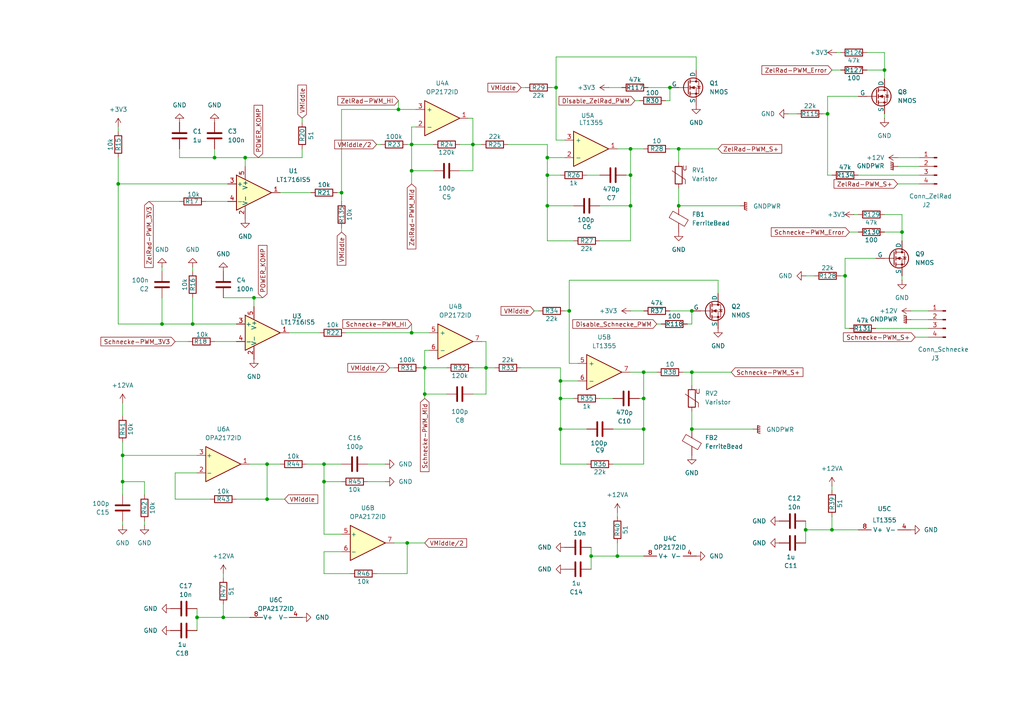
<source format=kicad_sch>
(kicad_sch (version 20250114) (generator "eeschema") (generator_version "9.0")
  (paper "A4")
  (junction (at 123.19 106.68))
  (junction (at 179.07 161.29))
  (junction (at 158.75 59.69))
  (junction (at 241.3 153.67))
  (junction (at 158.75 50.8))
  (junction (at 119.38 96.52))
  (junction (at 165.1 90.17))
  (junction (at 73.66 86.36))
  (junction (at 261.62 67.31))
  (junction (at 118.11 157.48))
  (junction (at 119.38 41.91))
  (junction (at 233.68 153.67))
  (junction (at 182.88 43.18))
  (junction (at 196.85 43.18))
  (junction (at 186.69 115.57))
  (junction (at 119.38 49.53))
  (junction (at 137.16 41.91))
  (junction (at 46.99 93.98))
  (junction (at 186.69 124.46))
  (junction (at 162.56 124.46))
  (junction (at 196.85 59.69))
  (junction (at 35.56 132.08))
  (junction (at 77.47 144.78))
  (junction (at 140.97 106.68))
  (junction (at 194.31 25.4))
  (junction (at 171.45 161.29))
  (junction (at 245.11 80.01))
  (junction (at 34.29 53.34))
  (junction (at 71.12 45.72))
  (junction (at 99.06 55.88))
  (junction (at 256.54 20.32))
  (junction (at 162.56 115.57))
  (junction (at 57.15 179.07))
  (junction (at 55.88 93.98))
  (junction (at 200.66 124.46))
  (junction (at 182.88 50.8))
  (junction (at 161.29 25.4))
  (junction (at 182.88 59.69))
  (junction (at 35.56 139.7))
  (junction (at 93.98 134.62))
  (junction (at 123.19 114.3))
  (junction (at 162.56 110.49))
  (junction (at 200.66 107.95))
  (junction (at 186.69 107.95))
  (junction (at 240.03 33.02))
  (junction (at 93.98 139.7))
  (junction (at 200.66 90.17))
  (junction (at 77.47 134.62))
  (junction (at 62.23 45.72))
  (junction (at 158.75 45.72))
  (junction (at 115.57 31.75))
  (junction (at 64.77 179.07))
  (wire (pts (xy 119.38 41.91) (xy 119.38 49.53)))
  (wire (pts (xy 245.11 95.25) (xy 245.11 80.01)))
  (wire (pts (xy 99.06 55.88) (xy 99.06 58.42)))
  (wire (pts (xy 137.16 41.91) (xy 133.35 41.91)))
  (wire (pts (xy 109.22 41.91) (xy 110.49 41.91)))
  (wire (pts (xy 137.16 49.53) (xy 137.16 41.91)))
  (wire (pts (xy 240.03 33.02) (xy 240.03 27.94)))
  (wire (pts (xy 57.15 176.53) (xy 57.15 179.07)))
  (wire (pts (xy 182.88 107.95) (xy 186.69 107.95)))
  (wire (pts (xy 41.91 139.7) (xy 35.56 139.7)))
  (wire (pts (xy 179.07 148.59) (xy 179.07 149.86)))
  (wire (pts (xy 87.63 34.29) (xy 87.63 35.56)))
  (wire (pts (xy 118.11 157.48) (xy 114.3 157.48)))
  (wire (pts (xy 200.66 93.98) (xy 200.66 90.17)))
  (wire (pts (xy 34.29 93.98) (xy 46.99 93.98)))
  (wire (pts (xy 256.54 33.02) (xy 256.54 34.29)))
  (wire (pts (xy 173.99 50.8) (xy 170.18 50.8)))
  (wire (pts (xy 196.85 54.61) (xy 196.85 59.69)))
  (wire (pts (xy 161.29 25.4) (xy 160.02 25.4)))
  (wire (pts (xy 233.68 153.67) (xy 241.3 153.67)))
  (wire (pts (xy 99.06 55.88) (xy 99.06 31.75)))
  (wire (pts (xy 52.07 43.18) (xy 52.07 45.72)))
  (wire (pts (xy 245.11 74.93) (xy 254 74.93)))
  (wire (pts (xy 64.77 86.36) (xy 73.66 86.36)))
  (wire (pts (xy 115.57 29.21) (xy 115.57 31.75)))
  (wire (pts (xy 182.88 43.18) (xy 182.88 50.8)))
  (wire (pts (xy 123.19 101.6) (xy 123.19 106.68)))
  (wire (pts (xy 55.88 93.98) (xy 68.58 93.98)))
  (wire (pts (xy 50.8 137.16) (xy 57.15 137.16)))
  (wire (pts (xy 81.28 134.62) (xy 77.47 134.62)))
  (wire (pts (xy 119.38 49.53) (xy 125.73 49.53)))
  (wire (pts (xy 83.82 96.52) (xy 92.71 96.52)))
  (wire (pts (xy 238.76 33.02) (xy 240.03 33.02)))
  (wire (pts (xy 158.75 50.8) (xy 158.75 45.72)))
  (wire (pts (xy 118.11 41.91) (xy 119.38 41.91)))
  (wire (pts (xy 71.12 45.72) (xy 87.63 45.72)))
  (wire (pts (xy 119.38 49.53) (xy 119.38 53.34)))
  (wire (pts (xy 99.06 31.75) (xy 115.57 31.75)))
  (wire (pts (xy 133.35 49.53) (xy 137.16 49.53)))
  (wire (pts (xy 190.5 93.98) (xy 191.77 93.98)))
  (wire (pts (xy 137.16 114.3) (xy 140.97 114.3)))
  (wire (pts (xy 182.88 59.69) (xy 182.88 69.85)))
  (wire (pts (xy 57.15 179.07) (xy 57.15 182.88)))
  (wire (pts (xy 186.69 107.95) (xy 186.69 115.57)))
  (wire (pts (xy 176.53 25.4) (xy 180.34 25.4)))
  (wire (pts (xy 135.89 34.29) (xy 137.16 34.29)))
  (wire (pts (xy 200.66 107.95) (xy 200.66 111.76)))
  (wire (pts (xy 194.31 90.17) (xy 200.66 90.17)))
  (wire (pts (xy 166.37 69.85) (xy 158.75 69.85)))
  (wire (pts (xy 62.23 45.72) (xy 71.12 45.72)))
  (wire (pts (xy 256.54 20.32) (xy 256.54 22.86)))
  (wire (pts (xy 165.1 105.41) (xy 167.64 105.41)))
  (wire (pts (xy 158.75 59.69) (xy 158.75 50.8)))
  (wire (pts (xy 182.88 90.17) (xy 186.69 90.17)))
  (wire (pts (xy 59.69 58.42) (xy 66.04 58.42)))
  (wire (pts (xy 264.16 90.17) (xy 269.24 90.17)))
  (wire (pts (xy 241.3 149.86) (xy 241.3 153.67)))
  (wire (pts (xy 123.19 106.68) (xy 123.19 114.3)))
  (wire (pts (xy 64.77 166.37) (xy 64.77 167.64)))
  (wire (pts (xy 251.46 20.32) (xy 256.54 20.32)))
  (wire (pts (xy 161.29 16.51) (xy 161.29 25.4)))
  (wire (pts (xy 34.29 38.1) (xy 34.29 36.83)))
  (wire (pts (xy 196.85 43.18) (xy 208.28 43.18)))
  (wire (pts (xy 93.98 139.7) (xy 99.06 139.7)))
  (wire (pts (xy 233.68 151.13) (xy 233.68 153.67)))
  (wire (pts (xy 179.07 161.29) (xy 186.69 161.29)))
  (wire (pts (xy 118.11 157.48) (xy 123.19 157.48)))
  (wire (pts (xy 182.88 59.69) (xy 182.88 50.8)))
  (wire (pts (xy 194.31 43.18) (xy 196.85 43.18)))
  (wire (pts (xy 161.29 40.64) (xy 163.83 40.64)))
  (wire (pts (xy 64.77 175.26) (xy 64.77 179.07)))
  (wire (pts (xy 55.88 93.98) (xy 55.88 86.36)))
  (wire (pts (xy 194.31 29.21) (xy 194.31 25.4)))
  (wire (pts (xy 115.57 31.75) (xy 120.65 31.75)))
  (wire (pts (xy 152.4 25.4) (xy 151.13 25.4)))
  (wire (pts (xy 260.35 45.72) (xy 266.7 45.72)))
  (wire (pts (xy 106.68 134.62) (xy 111.76 134.62)))
  (wire (pts (xy 261.62 67.31) (xy 261.62 69.85)))
  (wire (pts (xy 41.91 151.13) (xy 41.91 152.4)))
  (wire (pts (xy 125.73 41.91) (xy 119.38 41.91)))
  (wire (pts (xy 233.68 153.67) (xy 233.68 157.48)))
  (wire (pts (xy 68.58 144.78) (xy 77.47 144.78)))
  (wire (pts (xy 158.75 69.85) (xy 158.75 59.69)))
  (wire (pts (xy 177.8 124.46) (xy 186.69 124.46)))
  (wire (pts (xy 186.69 107.95) (xy 190.5 107.95)))
  (wire (pts (xy 129.54 106.68) (xy 123.19 106.68)))
  (wire (pts (xy 184.15 29.21) (xy 185.42 29.21)))
  (wire (pts (xy 179.07 43.18) (xy 182.88 43.18)))
  (wire (pts (xy 77.47 144.78) (xy 82.55 144.78)))
  (wire (pts (xy 97.79 55.88) (xy 99.06 55.88)))
  (wire (pts (xy 46.99 93.98) (xy 46.99 86.36)))
  (wire (pts (xy 156.21 90.17) (xy 154.94 90.17)))
  (wire (pts (xy 186.69 124.46) (xy 186.69 134.62)))
  (wire (pts (xy 246.38 67.31) (xy 248.92 67.31)))
  (wire (pts (xy 200.66 119.38) (xy 200.66 124.46)))
  (wire (pts (xy 193.04 29.21) (xy 194.31 29.21)))
  (wire (pts (xy 93.98 134.62) (xy 88.9 134.62)))
  (wire (pts (xy 198.12 107.95) (xy 200.66 107.95)))
  (wire (pts (xy 93.98 154.94) (xy 99.06 154.94)))
  (wire (pts (xy 196.85 59.69) (xy 214.63 59.69)))
  (wire (pts (xy 50.8 99.06) (xy 54.61 99.06)))
  (wire (pts (xy 93.98 134.62) (xy 93.98 139.7)))
  (wire (pts (xy 158.75 41.91) (xy 158.75 45.72)))
  (wire (pts (xy 240.03 50.8) (xy 240.03 33.02)))
  (wire (pts (xy 41.91 143.51) (xy 41.91 139.7)))
  (wire (pts (xy 269.24 95.25) (xy 254 95.25)))
  (wire (pts (xy 248.92 62.23) (xy 247.65 62.23)))
  (wire (pts (xy 241.3 153.67) (xy 248.92 153.67)))
  (wire (pts (xy 161.29 25.4) (xy 161.29 40.64)))
  (wire (pts (xy 119.38 36.83) (xy 119.38 41.91)))
  (wire (pts (xy 55.88 93.98) (xy 46.99 93.98)))
  (wire (pts (xy 43.18 58.42) (xy 52.07 58.42)))
  (wire (pts (xy 119.38 36.83) (xy 120.65 36.83)))
  (wire (pts (xy 265.43 97.79) (xy 269.24 97.79)))
  (wire (pts (xy 240.03 27.94) (xy 248.92 27.94)))
  (wire (pts (xy 266.7 50.8) (xy 248.92 50.8)))
  (wire (pts (xy 55.88 78.74) (xy 55.88 77.47)))
  (wire (pts (xy 208.28 81.28) (xy 165.1 81.28)))
  (wire (pts (xy 173.99 59.69) (xy 182.88 59.69)))
  (wire (pts (xy 182.88 43.18) (xy 186.69 43.18)))
  (wire (pts (xy 137.16 41.91) (xy 139.7 41.91)))
  (wire (pts (xy 165.1 90.17) (xy 163.83 90.17)))
  (wire (pts (xy 73.66 86.36) (xy 73.66 88.9)))
  (wire (pts (xy 246.38 95.25) (xy 245.11 95.25)))
  (wire (pts (xy 77.47 144.78) (xy 77.47 134.62)))
  (wire (pts (xy 121.92 106.68) (xy 123.19 106.68)))
  (wire (pts (xy 158.75 45.72) (xy 163.83 45.72)))
  (wire (pts (xy 166.37 115.57) (xy 162.56 115.57)))
  (wire (pts (xy 106.68 139.7) (xy 111.76 139.7)))
  (wire (pts (xy 256.54 67.31) (xy 261.62 67.31)))
  (wire (pts (xy 187.96 25.4) (xy 194.31 25.4)))
  (wire (pts (xy 162.56 110.49) (xy 167.64 110.49)))
  (wire (pts (xy 186.69 134.62) (xy 177.8 134.62)))
  (wire (pts (xy 243.84 80.01) (xy 245.11 80.01)))
  (wire (pts (xy 123.19 114.3) (xy 123.19 115.57)))
  (wire (pts (xy 93.98 160.02) (xy 93.98 166.37)))
  (wire (pts (xy 113.03 106.68) (xy 114.3 106.68)))
  (wire (pts (xy 93.98 134.62) (xy 99.06 134.62)))
  (wire (pts (xy 186.69 124.46) (xy 186.69 115.57)))
  (wire (pts (xy 241.3 140.97) (xy 241.3 142.24)))
  (wire (pts (xy 34.29 53.34) (xy 34.29 93.98)))
  (wire (pts (xy 77.47 134.62) (xy 72.39 134.62)))
  (wire (pts (xy 233.68 80.01) (xy 236.22 80.01)))
  (wire (pts (xy 165.1 81.28) (xy 165.1 90.17)))
  (wire (pts (xy 35.56 132.08) (xy 57.15 132.08)))
  (wire (pts (xy 162.56 124.46) (xy 170.18 124.46)))
  (wire (pts (xy 243.84 15.24) (xy 242.57 15.24)))
  (wire (pts (xy 162.56 115.57) (xy 162.56 124.46)))
  (wire (pts (xy 199.39 93.98) (xy 200.66 93.98)))
  (wire (pts (xy 34.29 53.34) (xy 34.29 45.72)))
  (wire (pts (xy 251.46 15.24) (xy 256.54 15.24)))
  (wire (pts (xy 186.69 115.57) (xy 185.42 115.57)))
  (wire (pts (xy 64.77 179.07) (xy 72.39 179.07)))
  (wire (pts (xy 35.56 116.84) (xy 35.56 120.65)))
  (wire (pts (xy 81.28 55.88) (xy 90.17 55.88)))
  (wire (pts (xy 35.56 143.51) (xy 35.56 139.7)))
  (wire (pts (xy 140.97 106.68) (xy 137.16 106.68)))
  (wire (pts (xy 93.98 166.37) (xy 101.6 166.37)))
  (wire (pts (xy 245.11 80.01) (xy 245.11 74.93)))
  (wire (pts (xy 99.06 66.04) (xy 99.06 67.31)))
  (wire (pts (xy 52.07 45.72) (xy 62.23 45.72)))
  (wire (pts (xy 60.96 144.78) (xy 50.8 144.78)))
  (wire (pts (xy 93.98 139.7) (xy 93.98 154.94)))
  (wire (pts (xy 34.29 53.34) (xy 66.04 53.34)))
  (wire (pts (xy 208.28 85.09) (xy 208.28 81.28)))
  (wire (pts (xy 99.06 160.02) (xy 93.98 160.02)))
  (wire (pts (xy 171.45 161.29) (xy 179.07 161.29)))
  (wire (pts (xy 200.66 107.95) (xy 212.09 107.95)))
  (wire (pts (xy 35.56 132.08) (xy 35.56 128.27)))
  (wire (pts (xy 256.54 15.24) (xy 256.54 20.32)))
  (wire (pts (xy 140.97 114.3) (xy 140.97 106.68)))
  (wire (pts (xy 119.38 96.52) (xy 124.46 96.52)))
  (wire (pts (xy 50.8 144.78) (xy 50.8 137.16)))
  (wire (pts (xy 166.37 59.69) (xy 158.75 59.69)))
  (wire (pts (xy 57.15 179.07) (xy 64.77 179.07)))
  (wire (pts (xy 62.23 43.18) (xy 62.23 45.72)))
  (wire (pts (xy 182.88 69.85) (xy 173.99 69.85)))
  (wire (pts (xy 182.88 50.8) (xy 181.61 50.8)))
  (wire (pts (xy 162.56 106.68) (xy 162.56 110.49)))
  (wire (pts (xy 123.19 101.6) (xy 124.46 101.6)))
  (wire (pts (xy 162.56 50.8) (xy 158.75 50.8)))
  (wire (pts (xy 171.45 161.29) (xy 171.45 165.1)))
  (wire (pts (xy 170.18 134.62) (xy 162.56 134.62)))
  (wire (pts (xy 261.62 80.01) (xy 261.62 81.28)))
  (wire (pts (xy 171.45 158.75) (xy 171.45 161.29)))
  (wire (pts (xy 46.99 77.47) (xy 46.99 78.74)))
  (wire (pts (xy 162.56 134.62) (xy 162.56 124.46)))
  (wire (pts (xy 109.22 166.37) (xy 118.11 166.37)))
  (wire (pts (xy 264.16 92.71) (xy 269.24 92.71)))
  (wire (pts (xy 165.1 90.17) (xy 165.1 105.41)))
  (wire (pts (xy 201.93 20.32) (xy 201.93 16.51)))
  (wire (pts (xy 241.3 20.32) (xy 243.84 20.32)))
  (wire (pts (xy 62.23 99.06) (xy 68.58 99.06)))
  (wire (pts (xy 200.66 124.46) (xy 218.44 124.46)))
  (wire (pts (xy 261.62 62.23) (xy 261.62 67.31)))
  (wire (pts (xy 118.11 166.37) (xy 118.11 157.48)))
  (wire (pts (xy 137.16 41.91) (xy 137.16 34.29)))
  (wire (pts (xy 260.35 48.26) (xy 266.7 48.26)))
  (wire (pts (xy 151.13 106.68) (xy 162.56 106.68)))
  (wire (pts (xy 73.66 86.36) (xy 76.2 86.36)))
  (wire (pts (xy 100.33 96.52) (xy 119.38 96.52)))
  (wire (pts (xy 147.32 41.91) (xy 158.75 41.91)))
  (wire (pts (xy 196.85 43.18) (xy 196.85 46.99)))
  (wire (pts (xy 140.97 106.68) (xy 143.51 106.68)))
  (wire (pts (xy 35.56 152.4) (xy 35.56 151.13)))
  (wire (pts (xy 87.63 43.18) (xy 87.63 45.72)))
  (wire (pts (xy 177.8 115.57) (xy 173.99 115.57)))
  (wire (pts (xy 201.93 16.51) (xy 161.29 16.51)))
  (wire (pts (xy 241.3 50.8) (xy 240.03 50.8)))
  (wire (pts (xy 140.97 106.68) (xy 140.97 99.06)))
  (wire (pts (xy 228.6 33.02) (xy 231.14 33.02)))
  (wire (pts (xy 179.07 157.48) (xy 179.07 161.29)))
  (wire (pts (xy 162.56 115.57) (xy 162.56 110.49)))
  (wire (pts (xy 256.54 62.23) (xy 261.62 62.23)))
  (wire (pts (xy 35.56 139.7) (xy 35.56 132.08)))
  (wire (pts (xy 71.12 45.72) (xy 71.12 48.26)))
  (wire (pts (xy 123.19 114.3) (xy 129.54 114.3)))
  (wire (pts (xy 119.38 93.98) (xy 119.38 96.52)))
  (wire (pts (xy 139.7 99.06) (xy 140.97 99.06)))
  (wire (pts (xy 260.35 53.34) (xy 266.7 53.34)))
  (global_label "VMiddle{slash}2" (shape input) (at 113.03 106.68 180) (property "Intersheetrefs" "${INTERSHEET_REFS}" (effects (hide yes))))
  (global_label "Schnecke-PWM_3V3" (shape input) (at 50.8 99.06 180) (property "Intersheetrefs" "${INTERSHEET_REFS}" (effects (hide yes))))
  (global_label "Disable_ZelRad_PWM" (shape input) (at 184.15 29.21 180) (property "Intersheetrefs" "${INTERSHEET_REFS}" (effects (hide yes))))
  (global_label "Schnecke-PWM_Mid" (shape input) (at 123.19 115.57 270) (property "Intersheetrefs" "${INTERSHEET_REFS}" (effects (hide yes))))
  (global_label "VMiddle" (shape input) (at 154.94 90.17 180) (property "Intersheetrefs" "${INTERSHEET_REFS}" (effects (hide yes))))
  (global_label "Schnecke-PWM_HI" (shape input) (at 119.38 93.98 180) (property "Intersheetrefs" "${INTERSHEET_REFS}" (effects (hide yes))))
  (global_label "ZelRad-PWM_S+" (shape input) (at 260.35 53.34 180) (property "Intersheetrefs" "${INTERSHEET_REFS}" (effects (hide yes))))
  (global_label "ZelRad-PWM_3V3" (shape input) (at 43.18 58.42 270) (property "Intersheetrefs" "${INTERSHEET_REFS}" (effects (hide yes))))
  (global_label "ZelRad-PWM_HI" (shape input) (at 115.57 29.21 180) (property "Intersheetrefs" "${INTERSHEET_REFS}" (effects (hide yes))))
  (global_label "VMiddle" (shape input) (at 99.06 67.31 270) (property "Intersheetrefs" "${INTERSHEET_REFS}" (effects (hide yes))))
  (global_label "VMiddle" (shape input) (at 151.13 25.4 180) (property "Intersheetrefs" "${INTERSHEET_REFS}" (effects (hide yes))))
  (global_label "Schnecke-PWM_S+" (shape input) (at 265.43 97.79 180) (property "Intersheetrefs" "${INTERSHEET_REFS}" (effects (hide yes))))
  (global_label "ZelRad-PWM_Error" (shape input) (at 241.3 20.32 180) (property "Intersheetrefs" "${INTERSHEET_REFS}" (effects (hide yes))))
  (global_label "Disable_Schnecke_PWM" (shape input) (at 190.5 93.98 180) (property "Intersheetrefs" "${INTERSHEET_REFS}" (effects (hide yes))))
  (global_label "Schnecke-PWM_Error" (shape input) (at 246.38 67.31 180) (property "Intersheetrefs" "${INTERSHEET_REFS}" (effects (hide yes))))
  (global_label "ZelRad-PWM_Mid" (shape input) (at 119.38 53.34 270) (property "Intersheetrefs" "${INTERSHEET_REFS}" (effects (hide yes))))
  (global_label "VMiddle{slash}2" (shape input) (at 109.22 41.91 180) (property "Intersheetrefs" "${INTERSHEET_REFS}" (effects (hide yes))))
  (global_label "VMiddle" (shape input) (at 82.55 144.78 0) (property "Intersheetrefs" "${INTERSHEET_REFS}" (effects (hide yes))))
  (global_label "VMiddle" (shape input) (at 87.63 34.29 90) (property "Intersheetrefs" "${INTERSHEET_REFS}" (effects (hide yes))))
  (global_label "POWER_KOMP" (shape input) (at 74.93 45.72 90) (property "Intersheetrefs" "${INTERSHEET_REFS}" (effects (hide yes))))
  (global_label "VMiddle{slash}2" (shape input) (at 123.19 157.48 0) (property "Intersheetrefs" "${INTERSHEET_REFS}" (effects (hide yes))))
  (global_label "POWER_KOMP" (shape input) (at 76.2 86.36 90) (property "Intersheetrefs" "${INTERSHEET_REFS}" (effects (hide yes))))
  (global_label "ZelRad-PWM_S+" (shape input) (at 208.28 43.18 0) (property "Intersheetrefs" "${INTERSHEET_REFS}" (effects (hide yes))))
  (global_label "Schnecke-PWM_S+" (shape input) (at 212.09 107.95 0) (property "Intersheetrefs" "${INTERSHEET_REFS}" (effects (hide yes))))
  (symbol (lib_id "Device:R") (at 247.65 15.24 90) (unit 1)
    (property "Reference" "R126" (at 247.65 15.24 90))
    (property "Value" "47k" (at 247.65 17.526 90))
    (property "Footprint" "Resistor_SMD:R_0603_1608Metric" (effects (hide yes)))
    (property "Description" "CRG0603F47K" (effects (hide yes)))
    (property "Part-NO" "CRG0603F47K" (effects (hide yes)))
  )
  (symbol (lib_id "Amplifier_Operational:OPA2196xDGK") (at 128.27 34.29 0) (unit 1)
    (property "Reference" "U4" (at 128.27 24.13 0))
    (property "Value" "OP2172ID" (at 128.27 26.67 0))
    (property "Footprint" "Package_SO:SOIC-8_3.9x4.9mm_P1.27mm" (effects (hide yes)))
    (property "Datasheet" "http://www.ti.com/lit/ds/symlink/opa4196.pdf" (effects (hide yes)))
    (property "Description" "Dual, Low-Power, Low Offset Voltage, Rail-to-Rail Operational Amplifier, VSSOP-8" (effects (hide yes)))
    (property "Part-NO" "OP2172ID" (effects (hide yes)))
  )
  (symbol (lib_id "power:GND") (at 111.76 139.7 90) (unit 1)
    (property "Reference" "#PWR036" (effects (hide yes)))
    (property "Value" "GND" (at 115.57 139.6999 90) (effects (justify right)))
    (property "Description" "Power symbol creates a global label with name \"GND\" , ground" (effects (hide yes)))
  )
  (symbol (lib_id "Device:R") (at 35.56 124.46 180) (unit 1)
    (property "Reference" "R41" (at 35.56 124.46 90))
    (property "Value" "10k" (at 37.846 124.46 90))
    (property "Footprint" "Resistor_SMD:R_0603_1608Metric" (effects (hide yes)))
    (property "Description" "CRG0603F10K" (effects (hide yes)))
    (property "Part-NO" "CRG0603F10K" (effects (hide yes)))
  )
  (symbol (lib_id "Device:C") (at 177.8 50.8 270) (unit 1)
    (property "Reference" "C7" (at 177.292 57.404 90))
    (property "Value" "470p" (at 177.292 54.864 90))
    (property "Footprint" "Capacitor_SMD:C_0805_2012Metric" (effects (hide yes)))
    (property "Description" "Unpolarized capacitor" (effects (hide yes)))
  )
  (symbol (lib_id "power:GND") (at 196.85 67.31 0) (unit 1)
    (property "Reference" "#PWR021" (effects (hide yes)))
    (property "Value" "GND" (at 196.85 72.39 0))
    (property "Description" "Power symbol creates a global label with name \"GND\" , ground" (effects (hide yes)))
  )
  (symbol (lib_id "Device:R") (at 129.54 41.91 90) (unit 1)
    (property "Reference" "R24" (at 129.54 41.91 90))
    (property "Value" "120k" (at 129.54 44.196 90))
    (property "Footprint" "Resistor_SMD:R_0603_1608Metric" (effects (hide yes)))
    (property "Description" "CRG0603F120K" (effects (hide yes)))
    (property "Part-NO" "CRG0603F120K" (effects (hide yes)))
  )
  (symbol (lib_id "power:GND") (at 49.53 176.53 270) (unit 1)
    (property "Reference" "#PWR037" (effects (hide yes)))
    (property "Value" "GND" (at 45.72 176.5299 90) (effects (justify right)))
    (property "Description" "Power symbol creates a global label with name \"GND\" , ground" (effects (hide yes)))
  )
  (symbol (lib_id "Amplifier_Operational:OPA1692xDGK") (at 175.26 107.95 0) (unit 2)
    (property "Reference" "U5" (at 175.26 97.79 0))
    (property "Value" "LT1355" (at 175.26 100.33 0))
    (property "Footprint" "Package_SO:SOIC-8_3.9x4.9mm_P1.27mm" (effects (hide yes)))
    (property "Datasheet" "https://www.ti.com/lit/ds/symlink/opa1692.pdf" (effects (hide yes)))
    (property "Description" "Dual SoundPlus Low Power, Low Noise & Low Distortion Audio Operational Amplifiers, VSSOP-8" (effects (hide yes)))
    (property "Part-NO" "LT1355CS8" (effects (hide yes)))
  )
  (symbol (lib_id "power:GND") (at 73.66 104.14 0) (unit 1)
    (property "Reference" "#PWR018" (effects (hide yes)))
    (property "Value" "GND" (at 73.66 109.22 0))
    (property "Description" "Power symbol creates a global label with name \"GND\" , ground" (effects (hide yes)))
  )
  (symbol (lib_id "Device:R") (at 114.3 41.91 270) (unit 1)
    (property "Reference" "R23" (at 114.3 41.91 90))
    (property "Value" "100k" (at 114.3 39.624 90))
    (property "Footprint" "Resistor_SMD:R_0603_1608Metric" (effects (hide yes)))
    (property "Description" "CRG0603F100K" (effects (hide yes)))
    (property "Part-NO" "CRG0603F100K" (effects (hide yes)))
  )
  (symbol (lib_id "Device:R") (at 190.5 90.17 270) (unit 1)
    (property "Reference" "R37" (at 190.5 90.17 90))
    (property "Value" "47k" (at 190.5 87.884 90))
    (property "Footprint" "Resistor_SMD:R_0603_1608Metric" (effects (hide yes)))
    (property "Description" "CRG0603F47K" (effects (hide yes)))
    (property "Part-NO" "CRG0603F47K" (effects (hide yes)))
  )
  (symbol (lib_id "power:GND") (at 201.93 30.48 0) (unit 1)
    (property "Reference" "#PWR019" (effects (hide yes)))
    (property "Value" "GND" (at 201.93 35.56 0))
    (property "Description" "Power symbol creates a global label with name \"GND\" , ground" (effects (hide yes)))
  )
  (symbol (lib_id "Device:C") (at 102.87 134.62 90) (unit 1)
    (property "Reference" "C16" (at 102.87 127 90))
    (property "Value" "100p" (at 102.87 129.54 90))
    (property "Footprint" "Capacitor_SMD:C_0805_2012Metric" (effects (hide yes)))
    (property "Description" "Unpolarized capacitor" (effects (hide yes)))
    (property "Part-NO" "C0805C101J5GACTU" (effects (hide yes)))
  )
  (symbol (lib_id "Device:R") (at 252.73 62.23 90) (unit 1)
    (property "Reference" "R129" (at 252.73 62.23 90))
    (property "Value" "47k" (at 252.73 64.516 90))
    (property "Footprint" "Resistor_SMD:R_0603_1608Metric" (effects (hide yes)))
    (property "Description" "CRG0603F47K" (effects (hide yes)))
    (property "Part-NO" "CRG0603F47K" (effects (hide yes)))
  )
  (symbol (lib_id "Device:R") (at 245.11 50.8 270) (unit 1)
    (property "Reference" "R134" (at 245.11 50.8 90))
    (property "Value" "47k" (at 245.11 48.514 90))
    (property "Footprint" "Resistor_SMD:R_0603_1608Metric" (effects (hide yes)))
    (property "Description" "CRG0603F22K" (effects (hide yes)))
    (property "Part-NO" "CRG0603F22K" (effects (hide yes)))
  )
  (symbol (lib_id "Device:R") (at 64.77 171.45 180) (unit 1)
    (property "Reference" "R47" (at 64.77 171.45 90))
    (property "Value" "51" (at 67.056 171.45 90))
    (property "Footprint" "Resistor_SMD:R_1206_3216Metric" (effects (hide yes)))
    (property "Description" "CRG1206F51R" (effects (hide yes)))
    (property "Part-NO" "CRG1206F51R" (effects (hide yes)))
  )
  (symbol (lib_id "power:GNDPWR") (at 214.63 59.69 90) (unit 1)
    (property "Reference" "#PWR0173" (effects (hide yes)))
    (property "Value" "GNDPWR" (at 218.44 59.8169 90) (effects (justify right)))
    (property "Description" "Power symbol creates a global label with name \"GNDPWR\" , global ground" (effects (hide yes)))
  )
  (symbol (lib_id "Device:Varistor") (at 200.66 115.57 180) (unit 1)
    (property "Reference" "RV2" (at 204.47 114.1065 0) (effects (justify right)))
    (property "Value" "Varistor" (at 204.47 116.6465 0) (effects (justify right)))
    (property "Footprint" "Resistor_SMD:R_1206_3216Metric" (effects (hide yes)))
    (property "Description" "Varistor SMD 14A 0.5W(10/1000us)" (effects (hide yes)))
    (property "Sim.Name" "kicad_builtin_varistor" (effects (hide yes)))
    (property "Sim.Device" "SUBCKT" (effects (hide yes)))
    (property "Sim.Pins" "1=A 2=B" (effects (hide yes)))
    (property "Sim.Params" "threshold=1k" (effects (hide yes)))
    (property "Sim.Library" "${KICAD7_SYMBOL_DIR}/Simulation_SPICE.sp" (effects (hide yes)))
    (property "Part-NO" "WE-VS_82541110" (effects (hide yes)))
  )
  (symbol (lib_id "Device:R") (at 190.5 43.18 270) (unit 1)
    (property "Reference" "R28" (at 190.5 43.18 90))
    (property "Value" "10" (at 190.5 40.894 90))
    (property "Footprint" "Resistor_SMD:R_1206_3216Metric" (effects (hide yes)))
    (property "Description" "CRG1206F10R" (effects (hide yes)))
  )
  (symbol (lib_id "Device:R") (at 102.87 139.7 90) (unit 1)
    (property "Reference" "R45" (at 102.87 139.7 90))
    (property "Value" "10k" (at 102.87 141.986 90))
    (property "Footprint" "Resistor_SMD:R_0603_1608Metric" (effects (hide yes)))
    (property "Description" "CRG0603F10K" (effects (hide yes)))
    (property "Part-NO" "CRG0603F10K" (effects (hide yes)))
  )
  (symbol (lib_id "Device:R") (at 147.32 106.68 270) (unit 1)
    (property "Reference" "R33" (at 147.32 106.68 90))
    (property "Value" "22k" (at 147.32 104.394 90))
    (property "Footprint" "Resistor_SMD:R_0603_1608Metric" (effects (hide yes)))
    (property "Description" "CRG0603F22K" (effects (hide yes)))
    (property "Part-NO" "CRG0603F22K" (effects (hide yes)))
  )
  (symbol (lib_id "Device:R") (at 105.41 166.37 90) (unit 1)
    (property "Reference" "R46" (at 105.41 166.37 90))
    (property "Value" "10k" (at 105.41 168.656 90))
    (property "Footprint" "Resistor_SMD:R_0603_1608Metric" (effects (hide yes)))
    (property "Description" "CRG0603F10K" (effects (hide yes)))
    (property "Part-NO" "CRG0603F10K" (effects (hide yes)))
  )
  (symbol (lib_id "power:GND") (at 226.06 157.48 270) (unit 1)
    (property "Reference" "#PWR028" (effects (hide yes)))
    (property "Value" "GND" (at 222.25 157.4799 90) (effects (justify right)))
    (property "Description" "Power symbol creates a global label with name \"GND\" , ground" (effects (hide yes)))
  )
  (symbol (lib_id "Device:R") (at 241.3 146.05 180) (unit 1)
    (property "Reference" "R39" (at 241.3 146.05 90))
    (property "Value" "51" (at 243.586 146.05 90))
    (property "Footprint" "Resistor_SMD:R_1206_3216Metric" (effects (hide yes)))
    (property "Description" "CRG1206F51R" (effects (hide yes)))
    (property "Part-NO" "CRG1206F51R" (effects (hide yes)))
  )
  (symbol (lib_id "Device:R") (at 133.35 106.68 90) (unit 1)
    (property "Reference" "R32" (at 133.35 106.68 90))
    (property "Value" "120k" (at 133.35 108.966 90))
    (property "Footprint" "Resistor_SMD:R_0603_1608Metric" (effects (hide yes)))
    (property "Description" "CRG0603F120K" (effects (hide yes)))
    (property "Part-NO" "CRG0603F120K" (effects (hide yes)))
  )
  (symbol (lib_id "power:GNDPWR") (at 260.35 48.26 270) (unit 1)
    (property "Reference" "#PWR073" (effects (hide yes)))
    (property "Value" "GNDPWR" (at 256.54 48.1329 90) (effects (justify right)))
    (property "Description" "Power symbol creates a global label with name \"GNDPWR\" , global ground" (effects (hide yes)))
  )
  (symbol (lib_id "Device:R") (at 118.11 106.68 270) (unit 1)
    (property "Reference" "R31" (at 118.11 106.68 90))
    (property "Value" "100k" (at 118.11 104.394 90))
    (property "Footprint" "Resistor_SMD:R_0603_1608Metric" (effects (hide yes)))
    (property "Description" "CRG0603F100K" (effects (hide yes)))
    (property "Part-NO" "CRG0603F100K" (effects (hide yes)))
  )
  (symbol (lib_name "NMOS_1") (lib_id "Simulation_SPICE:NMOS") (at 199.39 25.4 0) (unit 1)
    (property "Reference" "Q1" (at 205.74 24.1299 0) (effects (justify left)))
    (property "Value" "NMOS" (at 205.74 26.6699 0) (effects (justify left)))
    (property "Footprint" "Package_TO_SOT_SMD:TSOT-23" (effects (hide yes)))
    (property "Datasheet" "https://ngspice.sourceforge.io/docs/ngspice-html-manual/manual.xhtml#cha_MOSFETs" (effects (hide yes)))
    (property "Description" "N-MOSFET transistor, drain/source/gate" (effects (hide yes)))
    (property "Sim.Device" "NMOS" (effects (hide yes)))
    (property "Sim.Type" "VDMOS" (effects (hide yes)))
    (property "Sim.Pins" "2=D 1=G 3=S" (effects (hide yes)))
    (property "Part-NO" "FDV305N " (effects (hide yes)))
  )
  (symbol (lib_id "Device:R") (at 250.19 95.25 270) (unit 1)
    (property "Reference" "R131" (at 250.19 95.25 90))
    (property "Value" "47k" (at 250.19 92.964 90))
    (property "Footprint" "Resistor_SMD:R_0603_1608Metric" (effects (hide yes)))
    (property "Description" "CRG0603F22K" (effects (hide yes)))
    (property "Part-NO" "CRG0603F22K" (effects (hide yes)))
  )
  (symbol (lib_id "Device:R") (at 252.73 67.31 90) (unit 1)
    (property "Reference" "R130" (at 252.73 67.31 90))
    (property "Value" "100" (at 252.73 69.596 90))
    (property "Footprint" "Resistor_SMD:R_0603_1608Metric" (effects (hide yes)))
    (property "Description" "CRG0603F100R" (effects (hide yes)))
  )
  (symbol (lib_id "power:GND") (at 208.28 95.25 0) (unit 1)
    (property "Reference" "#PWR023" (effects (hide yes)))
    (property "Value" "GND" (at 208.28 100.33 0))
    (property "Description" "Power symbol creates a global label with name \"GND\" , ground" (effects (hide yes)))
  )
  (symbol (lib_id "Device:C") (at 53.34 182.88 270) (unit 1)
    (property "Reference" "C18" (at 52.832 189.484 90))
    (property "Value" "1u" (at 52.832 186.944 90))
    (property "Footprint" "Capacitor_SMD:C_1206_3216Metric" (effects (hide yes)))
    (property "Description" "Unpolarized capacitor" (effects (hide yes)))
    (property "Part-NO" "C1206C105K4RAC" (effects (hide yes)))
  )
  (symbol (lib_id "Amplifier_Operational:OPA2196xD") (at 106.68 157.48 0) (unit 2)
    (property "Reference" "U6" (at 106.68 147.32 0))
    (property "Value" "OPA2172ID" (at 106.68 149.86 0))
    (property "Footprint" "Package_SO:SOIC-8_3.9x4.9mm_P1.27mm" (effects (hide yes)))
    (property "Datasheet" "http://www.ti.com/lit/ds/symlink/opa4196.pdf" (effects (hide yes)))
    (property "Description" "Dual, Low-Power, Low Offset Voltage, Rail-to-Rail Operational Amplifier, SOIC-8" (effects (hide yes)))
    (property "Part-NO" "OPA2172ID" (effects (hide yes)))
  )
  (symbol (lib_id "power:GND") (at 35.56 152.4 0) (unit 1)
    (property "Reference" "#PWR034" (effects (hide yes)))
    (property "Value" "GND" (at 35.56 157.48 0))
    (property "Description" "Power symbol creates a global label with name \"GND\" , ground" (effects (hide yes)))
  )
  (symbol (lib_id "Device:R") (at 143.51 41.91 270) (unit 1)
    (property "Reference" "R25" (at 143.51 41.91 90))
    (property "Value" "22k" (at 143.51 39.624 90))
    (property "Footprint" "Resistor_SMD:R_0603_1608Metric" (effects (hide yes)))
    (property "Description" "CRG0603F22K" (effects (hide yes)))
    (property "Part-NO" "CRG0603F22K" (effects (hide yes)))
  )
  (symbol (lib_id "power:+12V") (at 264.16 90.17 90) (unit 1)
    (property "Reference" "#PWR033" (effects (hide yes)))
    (property "Value" "+12V" (at 260.35 90.1699 90) (effects (justify left)))
    (property "Description" "Power symbol creates a global label with name \"+12V\"" (effects (hide yes)))
  )
  (symbol (lib_id "power:+12VA") (at 64.77 166.37 0) (unit 1)
    (property "Reference" "#PWR039" (effects (hide yes)))
    (property "Value" "+12VA" (at 64.77 161.29 0))
    (property "Description" "Power symbol creates a global label with name \"+12VA\"" (effects (hide yes)))
  )
  (symbol (lib_id "Device:R") (at 64.77 144.78 270) (unit 1)
    (property "Reference" "R43" (at 64.77 144.78 90))
    (property "Value" "10k" (at 64.77 142.494 90))
    (property "Footprint" "Resistor_SMD:R_0603_1608Metric" (effects (hide yes)))
    (property "Description" "CRG0603F10K" (effects (hide yes)))
    (property "Part-NO" "CRG0603F10K" (effects (hide yes)))
  )
  (symbol (lib_id "Device:C") (at 170.18 59.69 270) (unit 1)
    (property "Reference" "C6" (at 170.18 65.786 90))
    (property "Value" "100p" (at 169.926 63.754 90))
    (property "Footprint" "Capacitor_SMD:C_0805_2012Metric" (effects (hide yes)))
    (property "Description" "Unpolarized capacitor" (effects (hide yes)))
    (property "Part-NO" "C0805C101J5GACTU" (effects (hide yes)))
  )
  (symbol (lib_id "power:GND") (at 87.63 179.07 90) (unit 1)
    (property "Reference" "#PWR040" (effects (hide yes)))
    (property "Value" "GND" (at 91.44 179.0699 90) (effects (justify right)))
    (property "Description" "Power symbol creates a global label with name \"GND\" , ground" (effects (hide yes)))
  )
  (symbol (lib_id "power:GNDPWR") (at 264.16 92.71 270) (unit 1)
    (property "Reference" "#PWR075" (effects (hide yes)))
    (property "Value" "GNDPWR" (at 260.35 92.5829 90) (effects (justify right)))
    (property "Description" "Power symbol creates a global label with name \"GNDPWR\" , global ground" (effects (hide yes)))
  )
  (symbol (lib_id "Device:R") (at 55.88 82.55 0) (unit 1)
    (property "Reference" "R16" (at 55.88 82.55 90))
    (property "Value" "10k" (at 53.594 82.55 90))
    (property "Footprint" "Resistor_SMD:R_0603_1608Metric" (effects (hide yes)))
    (property "Description" "CRG0603F10K" (effects (hide yes)))
    (property "Part-NO" "CRG0603F10K" (effects (hide yes)))
  )
  (symbol (lib_id "power:GND") (at 228.6 33.02 270) (unit 1)
    (property "Reference" "#PWR0174" (effects (hide yes)))
    (property "Value" "GND" (at 224.79 33.0199 90) (effects (justify right)))
    (property "Description" "Power symbol creates a global label with name \"GND\" , ground" (effects (hide yes)))
  )
  (symbol (lib_id "power:GND") (at 163.83 158.75 270) (unit 1)
    (property "Reference" "#PWR029" (effects (hide yes)))
    (property "Value" "GND" (at 160.02 158.7499 90) (effects (justify right)))
    (property "Description" "Power symbol creates a global label with name \"GND\" , ground" (effects (hide yes)))
  )
  (symbol (lib_id "power:+3V3") (at 176.53 25.4 90) (unit 1)
    (property "Reference" "#PWR020" (effects (hide yes)))
    (property "Value" "+3V3" (at 172.72 25.3999 90) (effects (justify left)))
    (property "Description" "Power symbol creates a global label with name \"+3V3\"" (effects (hide yes)))
  )
  (symbol (lib_id "Amplifier_Operational:OPA340NA") (at 76.2 96.52 0) (unit 1)
    (property "Reference" "U3" (at 86.106 91.694 0))
    (property "Value" "LT1716IS5" (at 86.36 93.472 0))
    (property "Footprint" "Package_TO_SOT_SMD:SOT-23-5" (effects (hide yes)))
    (property "Datasheet" "http://www.ti.com/lit/ds/symlink/opa340.pdf" (effects (hide yes)))
    (property "Description" "Single Komparator Low Power Rail to Rail SOT23-5" (effects (hide yes)))
    (property "Part-NO" "LT1716IS5" (effects (hide yes)))
  )
  (symbol (lib_id "Device:R") (at 96.52 96.52 270) (unit 1)
    (property "Reference" "R22" (at 96.52 96.52 90))
    (property "Value" "10k" (at 96.52 94.234 90))
    (property "Footprint" "Resistor_SMD:R_0603_1608Metric" (effects (hide yes)))
    (property "Description" "CRG0603F10K" (effects (hide yes)))
    (property "Part-NO" "CRG0603F10K" (effects (hide yes)))
  )
  (symbol (lib_id "power:+12VA") (at 179.07 148.59 0) (unit 1)
    (property "Reference" "#PWR031" (effects (hide yes)))
    (property "Value" "+12VA" (at 179.07 143.51 0))
    (property "Description" "Power symbol creates a global label with name \"+12VA\"" (effects (hide yes)))
  )
  (symbol (lib_id "Device:FerriteBead") (at 200.66 128.27 0) (unit 1)
    (property "Reference" "FB2" (at 204.47 126.9491 0) (effects (justify left)))
    (property "Value" "FerriteBead" (at 204.47 129.4891 0) (effects (justify left)))
    (property "Footprint" "Resistor_SMD:R_1206_3216Metric" (effects (hide yes)))
    (property "Description" "Ferrite bead" (effects (hide yes)))
    (property "Part-NO" "WE-CBF_74279218 " (effects (hide yes)))
  )
  (symbol (lib_id "Amplifier_Operational:OPA2196xD") (at 80.01 179.07 90) (unit 3)
    (property "Reference" "U6" (at 80.01 173.99 90))
    (property "Value" "OPA2172ID" (at 80.01 176.53 90))
    (property "Footprint" "Package_SO:SOIC-8_3.9x4.9mm_P1.27mm" (effects (hide yes)))
    (property "Datasheet" "http://www.ti.com/lit/ds/symlink/opa4196.pdf" (effects (hide yes)))
    (property "Description" "Dual, Low-Power, Low Offset Voltage, Rail-to-Rail Operational Amplifier, SOIC-8" (effects (hide yes)))
    (property "Part-NO" "OPA2172ID" (effects (hide yes)))
  )
  (symbol (lib_id "Device:R") (at 156.21 25.4 90) (unit 1)
    (property "Reference" "R29" (at 156.21 25.4 90))
    (property "Value" "22k" (at 156.21 27.686 90))
    (property "Footprint" "Resistor_SMD:R_0603_1608Metric" (effects (hide yes)))
    (property "Description" "CRG0603F22K" (effects (hide yes)))
    (property "Part-NO" "CRG0603F22K" (effects (hide yes)))
  )
  (symbol (lib_id "power:+12V") (at 35.56 116.84 0) (unit 1)
    (property "Reference" "#PWR074" (effects (hide yes)))
    (property "Value" "+12VA" (at 35.56 111.76 0))
    (property "Description" "Power symbol creates a global label with name \"+12V\"" (effects (hide yes)))
  )
  (symbol (lib_id "Device:C") (at 133.35 114.3 270) (unit 1)
    (property "Reference" "C8" (at 133.35 121.92 90))
    (property "Value" "100p" (at 133.35 119.38 90))
    (property "Footprint" "Capacitor_SMD:C_0805_2012Metric" (effects (hide yes)))
    (property "Description" "Unpolarized capacitor" (effects (hide yes)))
    (property "Part-NO" "C0805C101J5GACTU" (effects (hide yes)))
  )
  (symbol (lib_id "Connector:Conn_01x04_Pin") (at 271.78 48.26 0) (mirror y) (unit 1)
    (property "Reference" "J2" (at 267.462 59.436 0) (effects (justify right)))
    (property "Value" "Conn_ZelRad" (at 263.652 56.896 0) (effects (justify right)))
    (property "Footprint" "Connector_Phoenix_MSTB:PhoenixContact_MSTBVA_2,5_4-G-5,08_1x04_P5.08mm_Vertical" (effects (hide yes)))
    (property "Description" "Generic connector, single row, 01x04, script generated" (effects (hide yes)))
    (property "Part-NO" "MSTBV2_5/4-G-5_08 " (effects (hide yes)))
  )
  (symbol (lib_id "power:+12V") (at 260.35 45.72 90) (unit 1)
    (property "Reference" "#PWR072" (effects (hide yes)))
    (property "Value" "+12V" (at 256.54 45.7199 90) (effects (justify left)))
    (property "Description" "Power symbol creates a global label with name \"+12V\"" (effects (hide yes)))
  )
  (symbol (lib_name "NMOS_1") (lib_id "Simulation_SPICE:NMOS") (at 254 27.94 0) (unit 1)
    (property "Reference" "Q8" (at 260.35 26.6699 0) (effects (justify left)))
    (property "Value" "NMOS" (at 260.35 29.2099 0) (effects (justify left)))
    (property "Footprint" "Package_TO_SOT_SMD:TSOT-23" (effects (hide yes)))
    (property "Datasheet" "https://ngspice.sourceforge.io/docs/ngspice-html-manual/manual.xhtml#cha_MOSFETs" (effects (hide yes)))
    (property "Description" "N-MOSFET transistor, drain/source/gate" (effects (hide yes)))
    (property "Sim.Device" "NMOS" (effects (hide yes)))
    (property "Sim.Type" "VDMOS" (effects (hide yes)))
    (property "Sim.Pins" "2=D 1=G 3=S" (effects (hide yes)))
    (property "Part-NO" "FDV305N " (effects (hide yes)))
  )
  (symbol (lib_id "Device:C") (at 229.87 157.48 270) (unit 1)
    (property "Reference" "C11" (at 229.362 164.084 90))
    (property "Value" "1u" (at 229.362 161.544 90))
    (property "Footprint" "Capacitor_SMD:C_1206_3216Metric" (effects (hide yes)))
    (property "Description" "Unpolarized capacitor" (effects (hide yes)))
    (property "Part-NO" "C1206C105K4RAC" (effects (hide yes)))
  )
  (symbol (lib_id "power:+3V3") (at 34.29 36.83 0) (unit 1)
    (property "Reference" "#PWR012" (effects (hide yes)))
    (property "Value" "+3V3" (at 34.29 31.75 0))
    (property "Description" "Power symbol creates a global label with name \"+3V3\"" (effects (hide yes)))
  )
  (symbol (lib_id "Amplifier_Operational:OPA1692xDGK") (at 256.54 151.13 90) (unit 3)
    (property "Reference" "U5" (at 256.54 147.574 90))
    (property "Value" "LT1355" (at 256.54 150.876 90))
    (property "Footprint" "Package_SO:SOIC-8_3.9x4.9mm_P1.27mm" (effects (hide yes)))
    (property "Datasheet" "https://www.ti.com/lit/ds/symlink/opa1692.pdf" (effects (hide yes)))
    (property "Description" "Dual SoundPlus Low Power, Low Noise & Low Distortion Audio Operational Amplifiers, VSSOP-8" (effects (hide yes)))
    (property "Part-NO" "LT1355CS8" (effects (hide yes)))
  )
  (symbol (lib_id "Device:C") (at 229.87 151.13 90) (unit 1)
    (property "Reference" "C12" (at 230.378 144.526 90))
    (property "Value" "10n" (at 230.378 147.066 90))
    (property "Footprint" "Capacitor_SMD:C_0603_1608Metric" (effects (hide yes)))
    (property "Description" "Unpolarized capacitor" (effects (hide yes)))
    (property "Part-NO" "CC0603KRX7R9BB103 " (effects (hide yes)))
  )
  (symbol (lib_id "power:+3V3") (at 247.65 62.23 90) (unit 1)
    (property "Reference" "#PWR0178" (effects (hide yes)))
    (property "Value" "+3V3" (at 242.57 62.23 90))
    (property "Description" "Power symbol creates a global label with name \"+3V3\"" (effects (hide yes)))
  )
  (symbol (lib_id "Device:C") (at 167.64 165.1 270) (unit 1)
    (property "Reference" "C14" (at 167.132 171.704 90))
    (property "Value" "1u" (at 167.132 169.164 90))
    (property "Footprint" "Capacitor_SMD:C_1206_3216Metric" (effects (hide yes)))
    (property "Description" "Unpolarized capacitor" (effects (hide yes)))
    (property "Part-NO" "C1206C105K4RAC" (effects (hide yes)))
  )
  (symbol (lib_id "Device:C") (at 35.56 147.32 180) (unit 1)
    (property "Reference" "C15" (at 31.75 148.5901 0) (effects (justify left)))
    (property "Value" "100p" (at 31.75 146.0501 0) (effects (justify left)))
    (property "Footprint" "Capacitor_SMD:C_0805_2012Metric" (effects (hide yes)))
    (property "Description" "Unpolarized capacitor" (effects (hide yes)))
    (property "Part-NO" "C0805C101J5GACTU" (effects (hide yes)))
  )
  (symbol (lib_id "Device:R") (at 166.37 50.8 90) (unit 1)
    (property "Reference" "R26" (at 166.37 50.8 90))
    (property "Value" "1k" (at 166.37 53.086 90))
    (property "Footprint" "Resistor_SMD:R_0603_1608Metric" (effects (hide yes)))
    (property "Description" "CRG0603F1K0" (effects (hide yes)))
    (property "Part-NO" "CRG0603F1K0" (effects (hide yes)))
  )
  (symbol (lib_id "power:GND") (at 200.66 132.08 0) (unit 1)
    (property "Reference" "#PWR024" (effects (hide yes)))
    (property "Value" "GND" (at 200.66 137.16 0))
    (property "Description" "Power symbol creates a global label with name \"GND\" , ground" (effects (hide yes)))
  )
  (symbol (lib_id "Device:C") (at 52.07 39.37 0) (unit 1)
    (property "Reference" "C1" (at 55.88 38.0999 0) (effects (justify left)))
    (property "Value" "1u" (at 55.88 40.6399 0) (effects (justify left)))
    (property "Footprint" "Capacitor_SMD:C_1206_3216Metric" (effects (hide yes)))
    (property "Description" "Unpolarized capacitor" (effects (hide yes)))
    (property "Part-NO" "C1206C105K4RAC" (effects (hide yes)))
  )
  (symbol (lib_id "Device:R") (at 179.07 153.67 180) (unit 1)
    (property "Reference" "R40" (at 179.07 153.67 90))
    (property "Value" "51" (at 181.356 153.67 90))
    (property "Footprint" "Resistor_SMD:R_1206_3216Metric" (effects (hide yes)))
    (property "Description" "CRG1206F51R" (effects (hide yes)))
    (property "Part-NO" "CRG1206F51R" (effects (hide yes)))
  )
  (symbol (lib_id "power:+3V3") (at 182.88 90.17 90) (unit 1)
    (property "Reference" "#PWR022" (effects (hide yes)))
    (property "Value" "+3V3" (at 179.07 90.1699 90) (effects (justify left)))
    (property "Description" "Power symbol creates a global label with name \"+3V3\"" (effects (hide yes)))
  )
  (symbol (lib_id "Device:C") (at 129.54 49.53 270) (unit 1)
    (property "Reference" "C5" (at 129.54 57.15 90))
    (property "Value" "100p" (at 129.54 54.61 90))
    (property "Footprint" "Capacitor_SMD:C_0805_2012Metric" (effects (hide yes)))
    (property "Description" "Unpolarized capacitor" (effects (hide yes)))
    (property "Part-NO" "C0805C101J5GACTU" (effects (hide yes)))
  )
  (symbol (lib_id "Amplifier_Operational:OPA1692xDGK") (at 171.45 43.18 0) (unit 1)
    (property "Reference" "U5" (at 170.434 33.528 0))
    (property "Value" "LT1355" (at 171.45 35.56 0))
    (property "Footprint" "Package_SO:SOIC-8_3.9x4.9mm_P1.27mm" (effects (hide yes)))
    (property "Datasheet" "https://www.ti.com/lit/ds/symlink/opa1692.pdf" (effects (hide yes)))
    (property "Description" "Dual SoundPlus Low Power, Low Noise & Low Distortion Audio Operational Amplifiers, VSSOP-8" (effects (hide yes)))
    (property "Part-NO" "LT1355CS8" (effects (hide yes)))
  )
  (symbol (lib_id "power:GND") (at 71.12 63.5 0) (unit 1)
    (property "Reference" "#PWR017" (effects (hide yes)))
    (property "Value" "GND" (at 71.12 68.58 0))
    (property "Description" "Power symbol creates a global label with name \"GND\" , ground" (effects (hide yes)))
  )
  (symbol (lib_name "NMOS_1") (lib_id "Simulation_SPICE:NMOS") (at 259.08 74.93 0) (unit 1)
    (property "Reference" "Q9" (at 265.43 73.6599 0) (effects (justify left)))
    (property "Value" "NMOS" (at 265.43 76.1999 0) (effects (justify left)))
    (property "Footprint" "Package_TO_SOT_SMD:TSOT-23" (effects (hide yes)))
    (property "Datasheet" "https://ngspice.sourceforge.io/docs/ngspice-html-manual/manual.xhtml#cha_MOSFETs" (effects (hide yes)))
    (property "Description" "N-MOSFET transistor, drain/source/gate" (effects (hide yes)))
    (property "Sim.Device" "NMOS" (effects (hide yes)))
    (property "Sim.Type" "VDMOS" (effects (hide yes)))
    (property "Sim.Pins" "2=D 1=G 3=S" (effects (hide yes)))
    (property "Part-NO" "FDV305N " (effects (hide yes)))
  )
  (symbol (lib_id "Device:R") (at 173.99 134.62 90) (unit 1)
    (property "Reference" "R36" (at 173.99 134.62 90))
    (property "Value" "22k" (at 173.99 136.906 90))
    (property "Footprint" "Resistor_SMD:R_0603_1608Metric" (effects (hide yes)))
    (property "Description" "CRG0603F22K" (effects (hide yes)))
    (property "Part-NO" "CRG0603F22K" (effects (hide yes)))
  )
  (symbol (lib_id "Device:R") (at 184.15 25.4 270) (unit 1)
    (property "Reference" "R117" (at 184.15 25.4 90))
    (property "Value" "47k" (at 184.15 23.114 90))
    (property "Footprint" "Resistor_SMD:R_0603_1608Metric" (effects (hide yes)))
    (property "Description" "CRG0603F47K" (effects (hide yes)))
    (property "Part-NO" "CRG0603F47K" (effects (hide yes)))
  )
  (symbol (lib_id "Device:C") (at 46.99 82.55 0) (unit 1)
    (property "Reference" "C2" (at 43.18 83.8201 0) (effects (justify right)))
    (property "Value" "100n" (at 43.18 81.2801 0) (effects (justify right)))
    (property "Footprint" "Capacitor_SMD:C_0805_2012Metric" (effects (hide yes)))
    (property "Description" "Unpolarized capacitor" (effects (hide yes)))
    (property "Part-NO" "CC0805KRX7R9BB104" (effects (hide yes)))
  )
  (symbol (lib_id "Device:C") (at 167.64 158.75 90) (unit 1)
    (property "Reference" "C13" (at 168.148 152.146 90))
    (property "Value" "10n" (at 168.148 154.686 90))
    (property "Footprint" "Capacitor_SMD:C_0603_1608Metric" (effects (hide yes)))
    (property "Description" "Unpolarized capacitor" (effects (hide yes)))
    (property "Part-NO" "CC0603KRX7R9BB103 " (effects (hide yes)))
  )
  (symbol (lib_id "Device:FerriteBead") (at 196.85 63.5 0) (unit 1)
    (property "Reference" "FB1" (at 200.66 62.1791 0) (effects (justify left)))
    (property "Value" "FerriteBead" (at 200.66 64.7191 0) (effects (justify left)))
    (property "Footprint" "Resistor_SMD:R_1206_3216Metric" (effects (hide yes)))
    (property "Description" "Ferrite bead" (effects (hide yes)))
    (property "Part-NO" "WE-CBF_74279218 " (effects (hide yes)))
  )
  (symbol (lib_id "power:GND") (at 261.62 81.28 0) (unit 1)
    (property "Reference" "#PWR0179" (effects (hide yes)))
    (property "Value" "GND" (at 261.62 86.36 0))
    (property "Description" "Power symbol creates a global label with name \"GND\" , ground" (effects (hide yes)))
  )
  (symbol (lib_id "Device:R") (at 195.58 93.98 270) (unit 1)
    (property "Reference" "R118" (at 195.58 93.98 90))
    (property "Value" "100" (at 195.58 91.694 90))
    (property "Footprint" "Resistor_SMD:R_0603_1608Metric" (effects (hide yes)))
    (property "Description" "CRG0603F100R" (effects (hide yes)))
  )
  (symbol (lib_id "Device:R") (at 189.23 29.21 270) (unit 1)
    (property "Reference" "R30" (at 189.23 29.21 90))
    (property "Value" "100" (at 189.23 26.924 90))
    (property "Footprint" "Resistor_SMD:R_0603_1608Metric" (effects (hide yes)))
    (property "Description" "CRG0603F100R" (effects (hide yes)))
  )
  (symbol (lib_id "power:GND") (at 163.83 165.1 270) (unit 1)
    (property "Reference" "#PWR030" (effects (hide yes)))
    (property "Value" "GND" (at 160.02 165.0999 90) (effects (justify right)))
    (property "Description" "Power symbol creates a global label with name \"GND\" , ground" (effects (hide yes)))
  )
  (symbol (lib_id "Device:C") (at 64.77 82.55 0) (unit 1)
    (property "Reference" "C4" (at 68.58 81.2799 0) (effects (justify left)))
    (property "Value" "100n" (at 68.58 83.8199 0) (effects (justify left)))
    (property "Footprint" "Capacitor_SMD:C_0805_2012Metric" (effects (hide yes)))
    (property "Description" "Unpolarized capacitor" (effects (hide yes)))
    (property "Part-NO" "CC0805KRX7R9BB104" (effects (hide yes)))
  )
  (symbol (lib_id "Device:R") (at 99.06 62.23 180) (unit 1)
    (property "Reference" "R135" (at 99.06 62.23 90))
    (property "Value" "10k" (at 101.346 62.23 90))
    (property "Footprint" "Resistor_SMD:R_0603_1608Metric" (effects (hide yes)))
    (property "Description" "CRG0603F10K" (effects (hide yes)))
    (property "Part-NO" "CRG0603F10K" (effects (hide yes)))
  )
  (symbol (lib_id "power:GND") (at 64.77 78.74 180) (unit 1)
    (property "Reference" "#PWR015" (effects (hide yes)))
    (property "Value" "GND" (at 64.77 73.66 0))
    (property "Description" "Power symbol creates a global label with name \"GND\" , ground" (effects (hide yes)))
  )
  (symbol (lib_id "power:GND") (at 226.06 151.13 270) (unit 1)
    (property "Reference" "#PWR027" (effects (hide yes)))
    (property "Value" "GND" (at 222.25 151.1299 90) (effects (justify right)))
    (property "Description" "Power symbol creates a global label with name \"GND\" , ground" (effects (hide yes)))
  )
  (symbol (lib_id "Device:R") (at 34.29 41.91 0) (unit 1)
    (property "Reference" "R15" (at 34.29 41.91 90))
    (property "Value" "10k" (at 32.004 41.91 90))
    (property "Footprint" "Resistor_SMD:R_0603_1608Metric" (effects (hide yes)))
    (property "Description" "CRG0603F10K" (effects (hide yes)))
    (property "Part-NO" "CRG0603F10K" (effects (hide yes)))
  )
  (symbol (lib_id "Amplifier_Operational:OPA2196xDGK") (at 194.31 158.75 90) (unit 3)
    (property "Reference" "U4" (at 194.31 156.21 90))
    (property "Value" "OP2172ID" (at 194.31 158.75 90))
    (property "Footprint" "Package_SO:SOIC-8_3.9x4.9mm_P1.27mm" (effects (hide yes)))
    (property "Datasheet" "http://www.ti.com/lit/ds/symlink/opa4196.pdf" (effects (hide yes)))
    (property "Description" "Dual, Low-Power, Low Offset Voltage, Rail-to-Rail Operational Amplifier, VSSOP-8" (effects (hide yes)))
    (property "Part-NO" "OP2172ID" (effects (hide yes)))
  )
  (symbol (lib_id "power:GND") (at 62.23 35.56 180) (unit 1)
    (property "Reference" "#PWR016" (effects (hide yes)))
    (property "Value" "GND" (at 62.23 30.48 0))
    (property "Description" "Power symbol creates a global label with name \"GND\" , ground" (effects (hide yes)))
  )
  (symbol (lib_id "power:GND") (at 55.88 77.47 180) (unit 1)
    (property "Reference" "#PWR013" (effects (hide yes)))
    (property "Value" "GND" (at 55.88 72.39 0))
    (property "Description" "Power symbol creates a global label with name \"GND\" , ground" (effects (hide yes)))
  )
  (symbol (lib_id "Device:Varistor") (at 196.85 50.8 180) (unit 1)
    (property "Reference" "RV1" (at 200.66 49.3365 0) (effects (justify right)))
    (property "Value" "Varistor" (at 200.66 51.8765 0) (effects (justify right)))
    (property "Footprint" "Resistor_SMD:R_1206_3216Metric" (effects (hide yes)))
    (property "Description" "Varistor SMD 14A 0.5W(10/1000us)" (effects (hide yes)))
    (property "Sim.Name" "kicad_builtin_varistor" (effects (hide yes)))
    (property "Sim.Device" "SUBCKT" (effects (hide yes)))
    (property "Sim.Pins" "1=A 2=B" (effects (hide yes)))
    (property "Sim.Params" "threshold=1k" (effects (hide yes)))
    (property "Sim.Library" "${KICAD7_SYMBOL_DIR}/Simulation_SPICE.sp" (effects (hide yes)))
    (property "Part-NO" "WE-VS_82541110" (effects (hide yes)))
  )
  (symbol (lib_id "Device:R") (at 41.91 147.32 180) (unit 1)
    (property "Reference" "R42" (at 41.91 147.32 90))
    (property "Value" "10k" (at 44.196 147.32 90))
    (property "Footprint" "Resistor_SMD:R_0603_1608Metric" (effects (hide yes)))
    (property "Description" "CRG0603F10K" (effects (hide yes)))
    (property "Part-NO" "CRG0603F10K" (effects (hide yes)))
  )
  (symbol (lib_id "Device:R") (at 85.09 134.62 270) (unit 1)
    (property "Reference" "R44" (at 85.09 134.62 90))
    (property "Value" "10k" (at 85.09 132.334 90))
    (property "Footprint" "Resistor_SMD:R_0603_1608Metric" (effects (hide yes)))
    (property "Description" "CRG0603F10K" (effects (hide yes)))
    (property "Part-NO" "CRG0603F10K" (effects (hide yes)))
  )
  (symbol (lib_id "Device:R") (at 247.65 20.32 90) (unit 1)
    (property "Reference" "R127" (at 247.65 20.32 90))
    (property "Value" "100" (at 247.65 22.606 90))
    (property "Footprint" "Resistor_SMD:R_0603_1608Metric" (effects (hide yes)))
    (property "Description" "CRG0603F100R" (effects (hide yes)))
  )
  (symbol (lib_id "Device:C") (at 53.34 176.53 90) (unit 1)
    (property "Reference" "C17" (at 53.848 169.926 90))
    (property "Value" "10n" (at 53.848 172.466 90))
    (property "Footprint" "Capacitor_SMD:C_0603_1608Metric" (effects (hide yes)))
    (property "Description" "Unpolarized capacitor" (effects (hide yes)))
    (property "Part-NO" "CC0603KRX7R9BB103 " (effects (hide yes)))
  )
  (symbol (lib_id "Device:R") (at 87.63 39.37 0) (unit 1)
    (property "Reference" "R20" (at 87.63 41.148 90) (effects (justify left)))
    (property "Value" "51" (at 90.17 40.64 90) (effects (justify left)))
    (property "Footprint" "Resistor_SMD:R_1206_3216Metric" (effects (hide yes)))
    (property "Description" "CRG1206F51R" (effects (hide yes)))
    (property "Part-NO" "CRG1206F51R" (effects (hide yes)))
  )
  (symbol (lib_id "Device:C") (at 181.61 115.57 270) (unit 1)
    (property "Reference" "C10" (at 181.102 122.174 90))
    (property "Value" "470p" (at 181.102 119.634 90))
    (property "Footprint" "Capacitor_SMD:C_0805_2012Metric" (effects (hide yes)))
    (property "Description" "Unpolarized capacitor" (effects (hide yes)))
  )
  (symbol (lib_id "power:GND") (at 52.07 35.56 180) (unit 1)
    (property "Reference" "#PWR014" (effects (hide yes)))
    (property "Value" "GND" (at 52.07 30.48 0))
    (property "Description" "Power symbol creates a global label with name \"GND\" , ground" (effects (hide yes)))
  )
  (symbol (lib_id "power:GND") (at 264.16 153.67 90) (unit 1)
    (property "Reference" "#PWR025" (effects (hide yes)))
    (property "Value" "GND" (at 267.97 153.6699 90) (effects (justify right)))
    (property "Description" "Power symbol creates a global label with name \"GND\" , ground" (effects (hide yes)))
  )
  (symbol (lib_id "Device:R") (at 55.88 58.42 90) (unit 1)
    (property "Reference" "R17" (at 55.626 58.42 90))
    (property "Value" "10k" (at 56.134 56.388 90))
    (property "Footprint" "Resistor_SMD:R_0603_1608Metric" (effects (hide yes)))
    (property "Description" "CRG0603F10K" (effects (hide yes)))
    (property "Part-NO" "CRG0603F10K" (effects (hide yes)))
  )
  (symbol (lib_id "Device:R") (at 240.03 80.01 270) (unit 1)
    (property "Reference" "R128" (at 240.03 80.01 90))
    (property "Value" "22k" (at 240.03 77.724 90))
    (property "Footprint" "Resistor_SMD:R_0603_1608Metric" (effects (hide yes)))
    (property "Description" "CRG0603F22K" (effects (hide yes)))
    (property "Part-NO" "CRG0603F22K" (effects (hide yes)))
  )
  (symbol (lib_id "Connector:Conn_01x04_Pin") (at 274.32 92.71 0) (mirror y) (unit 1)
    (property "Reference" "J3" (at 270.002 103.886 0) (effects (justify right)))
    (property "Value" "Conn_Schnecke" (at 266.192 101.346 0) (effects (justify right)))
    (property "Footprint" "Connector_Phoenix_MSTB:PhoenixContact_MSTBVA_2,5_4-G-5,08_1x04_P5.08mm_Vertical" (effects (hide yes)))
    (property "Description" "Generic connector, single row, 01x04, script generated" (effects (hide yes)))
    (property "Part-NO" "MSTBV2_5/4-G-5_08 " (effects (hide yes)))
  )
  (symbol (lib_id "power:GND") (at 233.68 80.01 270) (unit 1)
    (property "Reference" "#PWR0177" (effects (hide yes)))
    (property "Value" "GND" (at 229.87 80.0099 90) (effects (justify right)))
    (property "Description" "Power symbol creates a global label with name \"GND\" , ground" (effects (hide yes)))
  )
  (symbol (lib_id "Device:R") (at 170.18 115.57 90) (unit 1)
    (property "Reference" "R35" (at 170.18 115.57 90))
    (property "Value" "1k" (at 170.18 117.856 90))
    (property "Footprint" "Resistor_SMD:R_0603_1608Metric" (effects (hide yes)))
    (property "Description" "CRG0603F1K0" (effects (hide yes)))
    (property "Part-NO" "CRG0603F1K0" (effects (hide yes)))
  )
  (symbol (lib_id "Device:R") (at 93.98 55.88 270) (unit 1)
    (property "Reference" "R21" (at 93.98 55.88 90))
    (property "Value" "10k" (at 93.98 53.594 90))
    (property "Footprint" "Resistor_SMD:R_0603_1608Metric" (effects (hide yes)))
    (property "Description" "CRG0603F10K" (effects (hide yes)))
    (property "Part-NO" "CRG0603F10K" (effects (hide yes)))
  )
  (symbol (lib_id "Device:R") (at 234.95 33.02 270) (unit 1)
    (property "Reference" "R115" (at 234.95 33.02 90))
    (property "Value" "22k" (at 234.95 30.734 90))
    (property "Footprint" "Resistor_SMD:R_0603_1608Metric" (effects (hide yes)))
    (property "Description" "CRG0603F22K" (effects (hide yes)))
    (property "Part-NO" "CRG0603F22K" (effects (hide yes)))
  )
  (symbol (lib_id "power:GND") (at 111.76 134.62 90) (unit 1)
    (property "Reference" "#PWR035" (effects (hide yes)))
    (property "Value" "GND" (at 115.57 134.6199 90) (effects (justify right)))
    (property "Description" "Power symbol creates a global label with name \"GND\" , ground" (effects (hide yes)))
  )
  (symbol (lib_id "power:+3V3") (at 242.57 15.24 90) (unit 1)
    (property "Reference" "#PWR0176" (effects (hide yes)))
    (property "Value" "+3V3" (at 237.49 15.24 90))
    (property "Description" "Power symbol creates a global label with name \"+3V3\"" (effects (hide yes)))
  )
  (symbol (lib_name "NMOS_1") (lib_id "Simulation_SPICE:NMOS") (at 205.74 90.17 0) (unit 1)
    (property "Reference" "Q2" (at 212.09 88.8999 0) (effects (justify left)))
    (property "Value" "NMOS" (at 212.09 91.4399 0) (effects (justify left)))
    (property "Footprint" "Package_TO_SOT_SMD:TSOT-23" (effects (hide yes)))
    (property "Datasheet" "https://ngspice.sourceforge.io/docs/ngspice-html-manual/manual.xhtml#cha_MOSFETs" (effects (hide yes)))
    (property "Description" "N-MOSFET transistor, drain/source/gate" (effects (hide yes)))
    (property "Sim.Device" "NMOS" (effects (hide yes)))
    (property "Sim.Type" "VDMOS" (effects (hide yes)))
    (property "Sim.Pins" "2=D 1=G 3=S" (effects (hide yes)))
    (property "Part-NO" "FDV305N " (effects (hide yes)))
  )
  (symbol (lib_id "power:GND") (at 201.93 161.29 90) (unit 1)
    (property "Reference" "#PWR032" (effects (hide yes)))
    (property "Value" "GND" (at 205.74 161.2899 90) (effects (justify right)))
    (property "Description" "Power symbol creates a global label with name \"GND\" , ground" (effects (hide yes)))
  )
  (symbol (lib_id "power:GND") (at 41.91 152.4 0) (unit 1)
    (property "Reference" "#PWR010" (effects (hide yes)))
    (property "Value" "GND" (at 41.91 157.48 0))
    (property "Description" "Power symbol creates a global label with name \"GND\" , ground" (effects (hide yes)))
  )
  (symbol (lib_id "Device:C") (at 173.99 124.46 270) (unit 1)
    (property "Reference" "C9" (at 173.99 130.556 90))
    (property "Value" "100p" (at 173.736 128.524 90))
    (property "Footprint" "Capacitor_SMD:C_0805_2012Metric" (effects (hide yes)))
    (property "Description" "Unpolarized capacitor" (effects (hide yes)))
    (property "Part-NO" "C0805C101J5GACTU" (effects (hide yes)))
  )
  (symbol (lib_id "Device:R") (at 170.18 69.85 90) (unit 1)
    (property "Reference" "R27" (at 170.18 69.85 90))
    (property "Value" "22k" (at 170.18 72.136 90))
    (property "Footprint" "Resistor_SMD:R_0603_1608Metric" (effects (hide yes)))
    (property "Description" "CRG0603F22K" (effects (hide yes)))
    (property "Part-NO" "CRG0603F22K" (effects (hide yes)))
  )
  (symbol (lib_id "Device:R") (at 160.02 90.17 90) (unit 1)
    (property "Reference" "R34" (at 160.02 90.17 90))
    (property "Value" "22k" (at 160.02 92.456 90))
    (property "Footprint" "Resistor_SMD:R_0603_1608Metric" (effects (hide yes)))
    (property "Description" "CRG0603F22K" (effects (hide yes)))
    (property "Part-NO" "CRG0603F22K" (effects (hide yes)))
  )
  (symbol (lib_id "power:+12VA") (at 241.3 140.97 0) (unit 1)
    (property "Reference" "#PWR026" (effects (hide yes)))
    (property "Value" "+12VA" (at 241.3 135.89 0))
    (property "Description" "Power symbol creates a global label with name \"+12VA\"" (effects (hide yes)))
  )
  (symbol (lib_id "Device:R") (at 58.42 99.06 90) (unit 1)
    (property "Reference" "R18" (at 58.166 99.06 90))
    (property "Value" "10k" (at 58.674 97.028 90))
    (property "Footprint" "Resistor_SMD:R_0603_1608Metric" (effects (hide yes)))
    (property "Description" "CRG0603F10K" (effects (hide yes)))
    (property "Part-NO" "CRG0603F10K" (effects (hide yes)))
  )
  (symbol (lib_id "Device:R") (at 194.31 107.95 270) (unit 1)
    (property "Reference" "R38" (at 194.31 107.95 90))
    (property "Value" "10" (at 194.31 105.664 90))
    (property "Footprint" "Resistor_SMD:R_1206_3216Metric" (effects (hide yes)))
    (property "Description" "CRG1206F10R" (effects (hide yes)))
  )
  (symbol (lib_id "power:GND") (at 256.54 34.29 0) (unit 1)
    (property "Reference" "#PWR0175" (effects (hide yes)))
    (property "Value" "GND" (at 256.54 39.37 0))
    (property "Description" "Power symbol creates a global label with name \"GND\" , ground" (effects (hide yes)))
  )
  (symbol (lib_id "Amplifier_Operational:OPA2196xDGK") (at 132.08 99.06 0) (unit 2)
    (property "Reference" "U4" (at 132.08 88.9 0))
    (property "Value" "OP2172ID" (at 132.08 91.44 0))
    (property "Footprint" "Package_SO:SOIC-8_3.9x4.9mm_P1.27mm" (effects (hide yes)))
    (property "Datasheet" "http://www.ti.com/lit/ds/symlink/opa4196.pdf" (effects (hide yes)))
    (property "Description" "Dual, Low-Power, Low Offset Voltage, Rail-to-Rail Operational Amplifier, VSSOP-8" (effects (hide yes)))
    (property "Part-NO" "OP2172ID" (effects (hide yes)))
  )
  (symbol (lib_id "power:GND") (at 46.99 77.47 180) (unit 1)
    (property "Reference" "#PWR0183" (effects (hide yes)))
    (property "Value" "GND" (at 46.99 72.39 0))
    (property "Description" "Power symbol creates a global label with name \"GND\" , ground" (effects (hide yes)))
  )
  (symbol (lib_id "Amplifier_Operational:OPA2196xD") (at 64.77 134.62 0) (unit 1)
    (property "Reference" "U6" (at 64.77 124.46 0))
    (property "Value" "OPA2172ID" (at 64.77 127 0))
    (property "Footprint" "Package_SO:SOIC-8_3.9x4.9mm_P1.27mm" (effects (hide yes)))
    (property "Datasheet" "http://www.ti.com/lit/ds/symlink/opa4196.pdf" (effects (hide yes)))
    (property "Description" "Dual, Low-Power, Low Offset Voltage, Rail-to-Rail Operational Amplifier, SOIC-8" (effects (hide yes)))
    (property "Part-NO" "OPA2172ID" (effects (hide yes)))
  )
  (symbol (lib_id "Amplifier_Operational:OPA340NA") (at 73.66 55.88 0) (unit 1)
    (property "Reference" "U1" (at 85.09 49.5614 0))
    (property "Value" "LT1716IS5" (at 85.09 52.1014 0))
    (property "Footprint" "Package_TO_SOT_SMD:SOT-23-5" (effects (hide yes)))
    (property "Datasheet" "http://www.ti.com/lit/ds/symlink/opa340.pdf" (effects (hide yes)))
    (property "Description" "Single Komparator Low Power Rail to Rail SOT23-5" (effects (hide yes)))
    (property "Part-NO" "LT1716IS5" (effects (hide yes)))
  )
  (symbol (lib_id "power:GND") (at 49.53 182.88 270) (unit 1)
    (property "Reference" "#PWR038" (effects (hide yes)))
    (property "Value" "GND" (at 45.72 182.8799 90) (effects (justify right)))
    (property "Description" "Power symbol creates a global label with name \"GND\" , ground" (effects (hide yes)))
  )
  (symbol (lib_id "power:GNDPWR") (at 218.44 124.46 90) (unit 1)
    (property "Reference" "#PWR0180" (effects (hide yes)))
    (property "Value" "GNDPWR" (at 222.25 124.5869 90) (effects (justify right)))
    (property "Description" "Power symbol creates a global label with name \"GNDPWR\" , global ground" (effects (hide yes)))
  )
  (symbol (lib_id "Device:C") (at 62.23 39.37 0) (unit 1)
    (property "Reference" "C3" (at 66.04 38.0999 0) (effects (justify left)))
    (property "Value" "100n" (at 66.04 40.6399 0) (effects (justify left)))
    (property "Footprint" "Capacitor_SMD:C_0805_2012Metric" (effects (hide yes)))
    (property "Description" "Unpolarized capacitor" (effects (hide yes)))
    (property "Part-NO" "CC0805KRX7R9BB104" (effects (hide yes)))
  )
)
</source>
